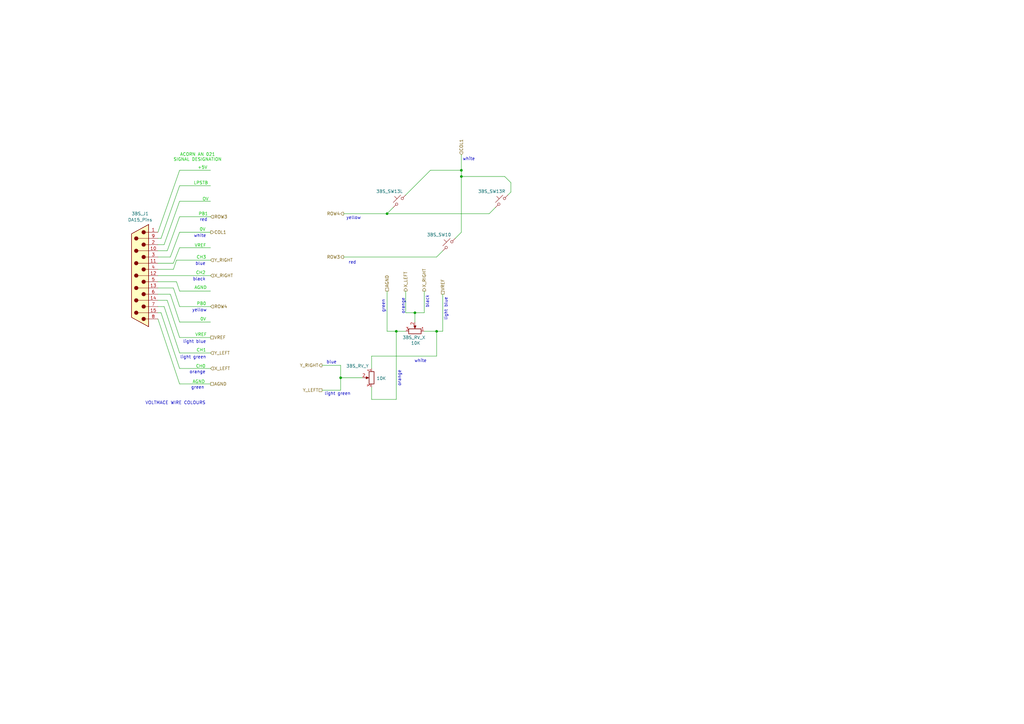
<source format=kicad_sch>
(kicad_sch (version 20250114) (generator "eeschema") (generator_version "9.0")
  (paper "A3")
  (lib_symbols
    (symbol "Connector:DA15_Pins" (pin_names (offset 1.016) (hide yes))
      (property "Reference" "J" (at 0.508 21.59 0))
      (property "Value" "DA15_Pins" (at 0 -22.225 0))
      (symbol "DA15_Pins_0_1"
        (polyline (pts (xy -3.81 17.78) (xy -2.54 17.78)))
        (polyline (pts (xy -3.81 15.24) (xy 0.508 15.24)))
        (polyline (pts (xy -3.81 12.7) (xy -2.54 12.7)))
        (polyline (pts (xy -3.81 10.16) (xy 0.508 10.16)))
        (polyline (pts (xy -3.81 7.62) (xy -2.54 7.62)))
        (polyline (pts (xy -3.81 5.08) (xy 0.508 5.08)))
        (polyline (pts (xy -3.81 2.54) (xy -2.54 2.54)))
        (polyline (pts (xy -3.81 0) (xy 0.508 0)))
        (polyline (pts (xy -3.81 -2.54) (xy -2.54 -2.54)))
        (polyline (pts (xy -3.81 -5.08) (xy 0.508 -5.08)))
        (polyline (pts (xy -3.81 -7.62) (xy -2.54 -7.62)))
        (polyline (pts (xy -3.81 -10.16) (xy 0.508 -10.16)))
        (polyline (pts (xy -3.81 -12.7) (xy -2.54 -12.7)))
        (polyline (pts (xy -3.81 -15.24) (xy 0.508 -15.24)))
        (polyline (pts (xy -3.81 -17.78) (xy -2.54 -17.78)))
        (polyline (pts (xy -3.81 -20.955) (xy 3.175 -17.145) (xy 3.175 17.145) (xy -3.81 20.955) (xy -3.81 -20.955)) (stroke (width 0.254)) (fill (type background)))
        (circle (center -1.778 17.78) (radius 0.762) (fill (type outline)))
        (circle (center -1.778 12.7) (radius 0.762) (fill (type outline)))
        (circle (center -1.778 7.62) (radius 0.762) (fill (type outline)))
        (circle (center -1.778 2.54) (radius 0.762) (fill (type outline)))
        (circle (center -1.778 -2.54) (radius 0.762) (fill (type outline)))
        (circle (center -1.778 -7.62) (radius 0.762) (fill (type outline)))
        (circle (center -1.778 -12.7) (radius 0.762) (fill (type outline)))
        (circle (center -1.778 -17.78) (radius 0.762) (fill (type outline)))
        (circle (center 1.27 15.24) (radius 0.762) (fill (type outline)))
        (circle (center 1.27 10.16) (radius 0.762) (fill (type outline)))
        (circle (center 1.27 5.08) (radius 0.762) (fill (type outline)))
        (circle (center 1.27 0) (radius 0.762) (fill (type outline)))
        (circle (center 1.27 -5.08) (radius 0.762) (fill (type outline)))
        (circle (center 1.27 -10.16) (radius 0.762) (fill (type outline)))
        (circle (center 1.27 -15.24) (radius 0.762) (fill (type outline)))
      )
      (symbol "DA15_Pins_1_1"
        (pin passive line (at -7.62 17.78 0) (length 3.81) (name "8") (number "8"))
        (pin passive line (at -7.62 15.24 0) (length 3.81) (name "P15") (number "15"))
        (pin passive line (at -7.62 12.7 0) (length 3.81) (name "7") (number "7"))
        (pin passive line (at -7.62 10.16 0) (length 3.81) (name "P14") (number "14"))
        (pin passive line (at -7.62 7.62 0) (length 3.81) (name "6") (number "6"))
        (pin passive line (at -7.62 5.08 0) (length 3.81) (name "P13") (number "13"))
        (pin passive line (at -7.62 2.54 0) (length 3.81) (name "5") (number "5"))
        (pin passive line (at -7.62 0 0) (length 3.81) (name "P12") (number "12"))
        (pin passive line (at -7.62 -2.54 0) (length 3.81) (name "4") (number "4"))
        (pin passive line (at -7.62 -5.08 0) (length 3.81) (name "P111") (number "11"))
        (pin passive line (at -7.62 -7.62 0) (length 3.81) (name "3") (number "3"))
        (pin passive line (at -7.62 -10.16 0) (length 3.81) (name "P10") (number "10"))
        (pin passive line (at -7.62 -12.7 0) (length 3.81) (name "2") (number "2"))
        (pin passive line (at -7.62 -15.24 0) (length 3.81) (name "P9") (number "9"))
        (pin passive line (at -7.62 -17.78 0) (length 3.81) (name "1") (number "1"))
      )
    )
    (symbol "Device:R_Potentiometer" (pin_names (offset 1.016) (hide yes))
      (property "Reference" "RV" (at -4.445 0 90))
      (property "Value" "R_Potentiometer" (at -2.54 0 90))
      (symbol "R_Potentiometer_0_1"
        (rectangle (start 1.016 2.54) (end -1.016 -2.54) (stroke (width 0.254)))
        (polyline (pts (xy 1.143 0) (xy 2.286 0.508) (xy 2.286 -0.508) (xy 1.143 0)) (fill (type outline)))
        (polyline (pts (xy 2.54 0) (xy 1.524 0)))
      )
      (symbol "R_Potentiometer_1_1"
        (pin passive line (at 0 3.81 270) (length 1.27) (name "1") (number "1"))
        (pin passive line (at 0 -3.81 90) (length 1.27) (name "3") (number "3"))
        (pin passive line (at 3.81 0 180) (length 1.27) (name "2") (number "2"))
      )
    )
    (symbol "Switch:SW_Push_45deg" (pin_numbers (hide yes)) (pin_names (offset 1.016) (hide yes))
      (property "Reference" "SW" (at 3.048 1.016 0))
      (property "Value" "SW_Push_45deg" (at 0 -3.81 0))
      (symbol "SW_Push_45deg_0_1"
        (polyline (pts (xy -2.54 2.54) (xy -1.524 1.524) (xy -1.524 1.524)))
        (circle (center -1.1684 1.1684) (radius 0.508))
        (polyline (pts (xy -0.508 2.54) (xy 2.54 -0.508)))
        (polyline (pts (xy 1.016 1.016) (xy 2.032 2.032)))
        (circle (center 1.143 -1.1938) (radius 0.508))
        (polyline (pts (xy 1.524 -1.524) (xy 2.54 -2.54) (xy 2.54 -2.54) (xy 2.54 -2.54)))
        (pin passive line (at -2.54 2.54 0) (length 0) (name "1") (number "1"))
        (pin passive line (at 2.54 -2.54 180) (length 0) (name "2") (number "2"))
      )
    )
  )
  (text "orange" (at 165.354 122.174 90) (effects (font (size 1.27 1.27)) (justify right)))
  (text "black" (at 84.328 114.554 0) (effects (font (size 1.27 1.27)) (justify right)))
  (text "AGND" (at 84.074 156.718 0) (effects (font (size 1.27 1.27)) (justify right)))
  (text "white" (at 192.278 65.278 0) (effects (font (size 1.27 1.27))))
  (text "CH2" (at 84.328 112.014 0) (effects (font (size 1.27 1.27)) (justify right)))
  (text "yellow" (at 84.836 127.254 0) (effects (font (size 1.27 1.27)) (justify right)))
  (text "VREF" (at 84.582 100.838 0) (effects (font (size 1.27 1.27)) (justify right)))
  (text "VREF" (at 84.836 137.414 0) (effects (font (size 1.27 1.27)) (justify right)))
  (text "0V" (at 84.328 94.234 0) (effects (font (size 1.27 1.27)) (justify right)))
  (text "light green" (at 133.096 161.544 0) (effects (font (size 1.27 1.27)) (justify left)))
  (text "CH0" (at 84.328 150.368 0) (effects (font (size 1.27 1.27)) (justify right)))
  (text "ACORN AN 021\nSIGNAL DESIGNATION" (at 81.026 64.516 0) (effects (font (size 1.27 1.27))))
  (text "OV" (at 85.598 81.788 0) (effects (font (size 1.27 1.27)) (justify right)))
  (text "blue" (at 84.328 108.204 0) (effects (font (size 1.27 1.27)) (justify right)))
  (text "black" (at 175.26 123.698 90) (effects (font (size 1.27 1.27))))
  (text "CH3" (at 84.582 105.664 0) (effects (font (size 1.27 1.27)) (justify right)))
  (text "light green" (at 84.582 146.558 0) (effects (font (size 1.27 1.27)) (justify right)))
  (text "light blue" (at 182.88 121.92 90) (effects (font (size 1.27 1.27)) (justify right)))
  (text "white" (at 84.582 96.774 0) (effects (font (size 1.27 1.27)) (justify right)))
  (text "red" (at 85.09 90.17 0) (effects (font (size 1.27 1.27)) (justify right)))
  (text "0V" (at 84.582 131.064 0) (effects (font (size 1.27 1.27)) (justify right)))
  (text "PB0" (at 84.582 124.714 0) (effects (font (size 1.27 1.27)) (justify right)))
  (text "white" (at 169.926 148.082 0) (effects (font (size 1.27 1.27)) (justify left)))
  (text "CH1" (at 84.582 143.764 0) (effects (font (size 1.27 1.27)) (justify right)))
  (text "light blue" (at 84.582 140.208 0) (effects (font (size 1.27 1.27)) (justify right)))
  (text "PB1" (at 85.344 87.884 0) (effects (font (size 1.27 1.27)) (justify right)))
  (text "AGND" (at 84.836 118.11 0) (effects (font (size 1.27 1.27)) (justify right)))
  (text "orange" (at 84.328 152.654 0) (effects (font (size 1.27 1.27)) (justify right)))
  (text "red" (at 144.526 107.696 0) (effects (font (size 1.27 1.27))))
  (text "yellow" (at 145.034 89.408 0) (effects (font (size 1.27 1.27))))
  (text "LPSTB" (at 85.344 75.184 0) (effects (font (size 1.27 1.27)) (justify right)))
  (text "green" (at 83.82 159.004 0) (effects (font (size 1.27 1.27)) (justify right)))
  (text "green" (at 157.226 128.27 90) (effects (font (size 1.27 1.27)) (justify left)))
  (text "blue" (at 133.858 148.59 0) (effects (font (size 1.27 1.27)) (justify left)))
  (text "+5V" (at 85.09 68.834 0) (effects (font (size 1.27 1.27)) (justify right)))
  (text "VOLTMACE WIRE COLOURS" (at 84.328 165.354 0) (effects (font (size 1.27 1.27)) (justify right)))
  (text "orange" (at 163.83 158.496 90) (effects (font (size 1.27 1.27)) (justify left)))
  (junction (at 158.75 87.63))
  (junction (at 139.7 154.94))
  (junction (at 189.23 69.85))
  (junction (at 179.07 135.89))
  (junction (at 162.56 135.89))
  (junction (at 170.18 128.27))
  (junction (at 189.23 72.39))
  (wire (pts (xy 68.58 102.87) (xy 73.66 88.9)))
  (wire (pts (xy 73.66 119.38) (xy 86.36 119.38)))
  (wire (pts (xy 64.77 113.03) (xy 86.36 113.03)))
  (wire (pts (xy 64.77 102.87) (xy 68.58 102.87)))
  (wire (pts (xy 166.37 80.01) (xy 176.53 69.85)))
  (wire (pts (xy 166.37 135.89) (xy 162.56 135.89)))
  (wire (pts (xy 189.23 72.39) (xy 207.01 72.39)))
  (wire (pts (xy 158.75 119.38) (xy 158.75 135.89)))
  (wire (pts (xy 132.08 160.02) (xy 139.7 160.02)))
  (wire (pts (xy 162.56 135.89) (xy 162.56 163.83)))
  (wire (pts (xy 139.7 154.94) (xy 139.7 149.86)))
  (wire (pts (xy 73.66 76.2) (xy 86.36 76.2)))
  (wire (pts (xy 71.12 118.11) (xy 73.66 125.73)))
  (wire (pts (xy 139.7 154.94) (xy 148.59 154.94)))
  (wire (pts (xy 64.77 120.65) (xy 69.85 120.65)))
  (wire (pts (xy 73.66 69.85) (xy 86.36 69.85)))
  (wire (pts (xy 152.4 146.05) (xy 152.4 151.13)))
  (wire (pts (xy 170.18 128.27) (xy 170.18 132.08)))
  (wire (pts (xy 64.77 123.19) (xy 68.58 123.19)))
  (wire (pts (xy 64.77 118.11) (xy 71.12 118.11)))
  (wire (pts (xy 152.4 158.75) (xy 152.4 163.83)))
  (wire (pts (xy 170.18 128.27) (xy 173.99 128.27)))
  (wire (pts (xy 71.12 110.49) (xy 72.39 106.68)))
  (wire (pts (xy 181.61 120.65) (xy 181.61 135.89)))
  (wire (pts (xy 139.7 160.02) (xy 139.7 154.94)))
  (wire (pts (xy 189.23 69.85) (xy 189.23 72.39)))
  (wire (pts (xy 64.77 107.95) (xy 71.12 107.95)))
  (wire (pts (xy 64.77 105.41) (xy 69.85 105.41)))
  (wire (pts (xy 179.07 135.89) (xy 173.99 135.89)))
  (wire (pts (xy 73.66 132.08) (xy 86.36 132.08)))
  (wire (pts (xy 186.69 97.79) (xy 189.23 95.25)))
  (wire (pts (xy 64.77 130.81) (xy 73.66 157.48)))
  (wire (pts (xy 66.04 97.79) (xy 73.66 76.2)))
  (wire (pts (xy 209.55 74.93) (xy 209.55 78.74)))
  (wire (pts (xy 73.66 101.6) (xy 86.36 101.6)))
  (wire (pts (xy 64.77 110.49) (xy 71.12 110.49)))
  (wire (pts (xy 140.97 105.41) (xy 179.07 105.41)))
  (wire (pts (xy 73.66 138.43) (xy 86.36 138.43)))
  (wire (pts (xy 64.77 100.33) (xy 67.31 100.33)))
  (wire (pts (xy 64.77 125.73) (xy 67.31 125.73)))
  (wire (pts (xy 73.66 144.78) (xy 86.36 144.78)))
  (wire (pts (xy 73.66 88.9) (xy 86.36 88.9)))
  (wire (pts (xy 73.66 95.25) (xy 86.36 95.25)))
  (wire (pts (xy 64.77 95.25) (xy 73.66 69.85)))
  (wire (pts (xy 64.77 97.79) (xy 66.04 97.79)))
  (wire (pts (xy 67.31 125.73) (xy 73.66 144.78)))
  (wire (pts (xy 209.55 74.93) (xy 207.01 72.39)))
  (wire (pts (xy 73.66 125.73) (xy 86.36 125.73)))
  (wire (pts (xy 181.61 135.89) (xy 179.07 135.89)))
  (wire (pts (xy 203.2 85.09) (xy 200.66 87.63)))
  (wire (pts (xy 161.29 85.09) (xy 158.75 87.63)))
  (wire (pts (xy 73.66 157.48) (xy 86.36 157.48)))
  (wire (pts (xy 152.4 146.05) (xy 179.07 146.05)))
  (wire (pts (xy 140.97 87.63) (xy 158.75 87.63)))
  (wire (pts (xy 166.37 128.27) (xy 170.18 128.27)))
  (wire (pts (xy 158.75 87.63) (xy 200.66 87.63)))
  (wire (pts (xy 69.85 120.65) (xy 73.66 132.08)))
  (wire (pts (xy 181.61 102.87) (xy 179.07 105.41)))
  (wire (pts (xy 71.12 107.95) (xy 73.66 101.6)))
  (wire (pts (xy 64.77 128.27) (xy 66.04 128.27)))
  (wire (pts (xy 132.08 149.86) (xy 139.7 149.86)))
  (wire (pts (xy 66.04 128.27) (xy 73.66 151.13)))
  (wire (pts (xy 166.37 119.38) (xy 166.37 128.27)))
  (wire (pts (xy 179.07 135.89) (xy 179.07 146.05)))
  (wire (pts (xy 64.77 115.57) (xy 72.39 115.57)))
  (wire (pts (xy 152.4 163.83) (xy 162.56 163.83)))
  (wire (pts (xy 173.99 119.38) (xy 173.99 128.27)))
  (wire (pts (xy 176.53 69.85) (xy 189.23 69.85)))
  (wire (pts (xy 73.66 82.55) (xy 86.36 82.55)))
  (wire (pts (xy 68.58 123.19) (xy 73.66 138.43)))
  (wire (pts (xy 67.31 100.33) (xy 73.66 82.55)))
  (wire (pts (xy 69.85 105.41) (xy 73.66 95.25)))
  (wire (pts (xy 189.23 63.5) (xy 189.23 69.85)))
  (wire (pts (xy 73.66 151.13) (xy 86.36 151.13)))
  (wire (pts (xy 72.39 115.57) (xy 73.66 119.38)))
  (wire (pts (xy 189.23 72.39) (xy 189.23 95.25)))
  (wire (pts (xy 162.56 135.89) (xy 158.75 135.89)))
  (wire (pts (xy 208.28 80.01) (xy 209.55 78.74)))
  (wire (pts (xy 72.39 106.68) (xy 86.36 106.68)))
  (hierarchical_label "COL1" (shape output) (at 86.36 95.25 0))
  (hierarchical_label "X_LEFT" (shape output) (at 166.37 119.38 90))
  (hierarchical_label "COL1" (shape input) (at 189.23 63.5 90))
  (hierarchical_label "VREF" (shape passive) (at 181.61 120.65 90))
  (hierarchical_label "X_RIGHT" (shape output) (at 173.99 119.38 90))
  (hierarchical_label "X_RIGHT" (shape input) (at 86.36 113.03 0))
  (hierarchical_label "VREF" (shape passive) (at 86.36 138.43 0))
  (hierarchical_label "ROW3" (shape output) (at 140.97 105.41 180))
  (hierarchical_label "Y_LEFT" (shape input) (at 86.36 144.78 0))
  (hierarchical_label "Y_RIGHT" (shape output) (at 132.08 149.86 180))
  (hierarchical_label "ROW4" (shape output) (at 140.97 87.63 180))
  (hierarchical_label "X_LEFT" (shape input) (at 86.36 151.13 0))
  (hierarchical_label "AGND" (shape passive) (at 158.75 119.38 90))
  (hierarchical_label "Y_RIGHT" (shape input) (at 86.36 106.68 0))
  (hierarchical_label "AGND" (shape passive) (at 86.36 157.48 0))
  (hierarchical_label "Y_LEFT" (shape passive) (at 132.08 160.02 180))
  (hierarchical_label "ROW4" (shape input) (at 86.36 125.73 0))
  (hierarchical_label "ROW3" (shape input) (at 86.36 88.9 0))
  (symbol (lib_id "Connector:DA15_Pins") (at 57.15 113.03 180) (unit 1)
    (property "Reference" "3BS_J1" (at 57.4675 87.63 0))
    (property "Value" "DA15_Pins" (at 57.4675 90.17 0))
    (property "Description" "15-pin D-SUB connector, pins (male) (low-density/2 columns)" (effects (hide yes)))
  )
  (symbol (lib_id "Device:R_Potentiometer") (at 152.4 154.94 0) (mirror y) (unit 1)
    (property "Reference" "3BS_RV_Y" (at 141.986 150.114 0) (effects (justify right)))
    (property "Value" "10K" (at 154.432 155.194 0) (effects (justify right)))
    (property "Description" "Potentiometer" (effects (hide yes)))
  )
  (symbol (lib_id "Switch:SW_Push_45deg") (at 163.83 82.55 0) (mirror y) (unit 1)
    (property "Reference" "3BS_SW13L" (at 159.766 78.486 0))
    (property "Value" "SW_Push_45deg" (effects (hide yes)))
    (property "Description" "Push button switch, normally open, two pins, 45° tilted" (effects (hide yes)))
  )
  (symbol (lib_id "Device:R_Potentiometer") (at 170.18 135.89 270) (mirror x) (unit 1)
    (property "Reference" "3BS_RV_X" (at 174.498 138.43 90) (effects (justify right)))
    (property "Value" "10K" (at 172.466 140.716 90) (effects (justify right)))
    (property "Description" "Potentiometer" (effects (hide yes)))
  )
  (symbol (lib_id "Switch:SW_Push_45deg") (at 184.15 100.33 0) (mirror y) (unit 1)
    (property "Reference" "3BS_SW10" (at 180.086 96.266 0))
    (property "Value" "SW_Push_45deg" (effects (hide yes)))
    (property "Description" "Push button switch, normally open, two pins, 45° tilted" (effects (hide yes)))
  )
  (symbol (lib_id "Switch:SW_Push_45deg") (at 205.74 82.55 0) (mirror y) (unit 1)
    (property "Reference" "3BS_SW13R" (at 201.676 78.486 0))
    (property "Value" "SW_Push_45deg" (effects (hide yes)))
    (property "Description" "Push button switch, normally open, two pins, 45° tilted" (effects (hide yes)))
  )
)
</source>
